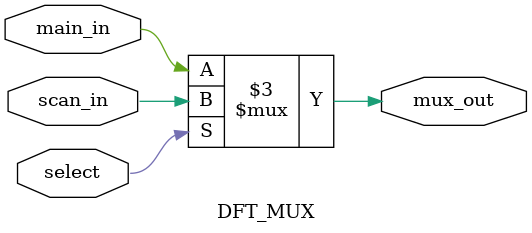
<source format=v>
module DFT_MUX(
    input wire select,
    input wire scan_in,
    input wire main_in,
    output reg mux_out
);
	always @(*) begin
	    if(select) begin 
	    	 mux_out = scan_in;
	    end else begin 
	    	 mux_out = main_in;
	    end 
	end
    //assign mux_out = (select)? scan_in:main_in;
endmodule

</source>
